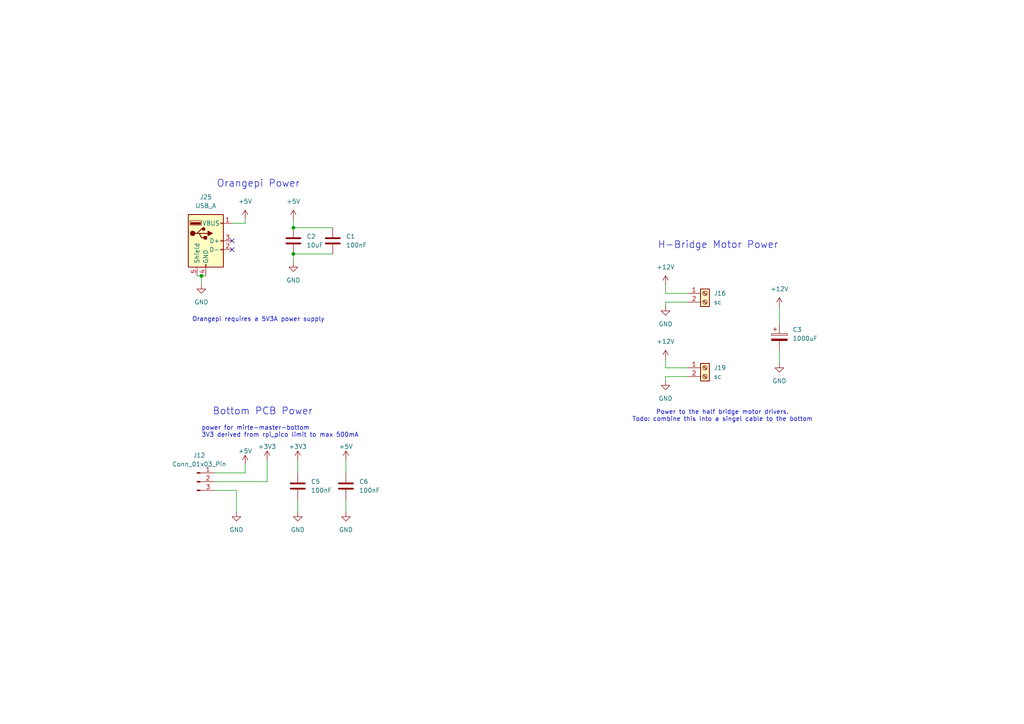
<source format=kicad_sch>
(kicad_sch (version 20231120) (generator "eeschema") (generator_version "8.0")
  (paper "A4")
  (title_block (title "${PROJECTNAME}") (rev "${VERSION}"))
  (lib_symbols
    (symbol "Connector:Conn_01x03_Pin" (pin_names (offset 1.016) hide)
      (property "Reference" "J" (at 0 5.08 0))
      (property "Value" "Conn_01x03_Pin" (at 0 -5.08 0))
      (symbol "Conn_01x03_Pin_1_1"
        (polyline (pts (xy 1.27 -2.54) (xy 0.8636 -2.54)) (stroke (width 0.1524)))
        (polyline (pts (xy 1.27 0) (xy 0.8636 0)) (stroke (width 0.1524)))
        (polyline (pts (xy 1.27 2.54) (xy 0.8636 2.54)) (stroke (width 0.1524)))
        (rectangle (start 0.8636 -2.413) (end 0 -2.667) (stroke (width 0.1524)) (fill (type outline)))
        (rectangle (start 0.8636 0.127) (end 0 -0.127) (stroke (width 0.1524)) (fill (type outline)))
        (rectangle (start 0.8636 2.667) (end 0 2.413) (stroke (width 0.1524)) (fill (type outline)))
        (pin passive line (at 5.08 2.54 180) (length 3.81) (name "Pin_1") (number "1"))
        (pin passive line (at 5.08 0 180) (length 3.81) (name "Pin_2") (number "2"))
        (pin passive line (at 5.08 -2.54 180) (length 3.81) (name "Pin_3") (number "3"))
      )
    )
    (symbol "Connector:Screw_Terminal_01x02" (pin_names (offset 1.016) hide)
      (property "Reference" "J" (at 0 2.54 0))
      (property "Value" "Screw_Terminal_01x02" (at 0 -5.08 0))
      (symbol "Screw_Terminal_01x02_1_1"
        (rectangle (start -1.27 1.27) (end 1.27 -3.81) (stroke (width 0.254)) (fill (type background)))
        (circle (center 0 -2.54) (radius 0.635) (stroke (width 0.1524)))
        (polyline (pts (xy -0.5334 -2.2098) (xy 0.3302 -3.048)) (stroke (width 0.1524)))
        (polyline (pts (xy -0.5334 0.3302) (xy 0.3302 -0.508)) (stroke (width 0.1524)))
        (polyline (pts (xy -0.3556 -2.032) (xy 0.508 -2.8702)) (stroke (width 0.1524)))
        (polyline (pts (xy -0.3556 0.508) (xy 0.508 -0.3302)) (stroke (width 0.1524)))
        (circle (center 0 0) (radius 0.635) (stroke (width 0.1524)))
        (pin passive line (at -5.08 0 0) (length 3.81) (name "Pin_1") (number "1"))
        (pin passive line (at -5.08 -2.54 0) (length 3.81) (name "Pin_2") (number "2"))
      )
    )
    (symbol "Connector:USB_A" (pin_names (offset 1.016))
      (property "Reference" "J" (at -5.08 11.43 0))
      (property "Value" "USB_A" (at -5.08 8.89 0))
      (symbol "USB_A_0_1"
        (rectangle (start -5.08 -7.62) (end 5.08 7.62) (stroke (width 0.254)) (fill (type background)))
        (circle (center -3.81 2.159) (radius 0.635) (stroke (width 0.254)) (fill (type outline)))
        (rectangle (start -1.524 4.826) (end -4.318 5.334) (fill (type outline)))
        (rectangle (start -1.27 4.572) (end -4.572 5.842))
        (circle (center -0.635 3.429) (radius 0.381) (stroke (width 0.254)) (fill (type outline)))
        (rectangle (start -0.127 -7.62) (end 0.127 -6.858))
        (polyline (pts (xy -3.175 2.159) (xy -2.54 2.159) (xy -1.27 3.429) (xy -0.635 3.429)) (stroke (width 0.254)))
        (polyline (pts (xy -2.54 2.159) (xy -1.905 2.159) (xy -1.27 0.889) (xy 0 0.889)) (stroke (width 0.254)))
        (polyline (pts (xy 0.635 2.794) (xy 0.635 1.524) (xy 1.905 2.159) (xy 0.635 2.794)) (stroke (width 0.254)) (fill (type outline)))
        (rectangle (start 0.254 1.27) (end -0.508 0.508) (stroke (width 0.254)) (fill (type outline)))
        (rectangle (start 5.08 -2.667) (end 4.318 -2.413))
        (rectangle (start 5.08 -0.127) (end 4.318 0.127))
        (rectangle (start 5.08 4.953) (end 4.318 5.207))
      )
      (symbol "USB_A_1_1"
        (polyline (pts (xy -1.905 2.159) (xy 0.635 2.159)) (stroke (width 0.254)))
        (pin power_in line (at 7.62 5.08 180) (length 2.54) (name "VBUS") (number "1"))
        (pin bidirectional line (at 7.62 -2.54 180) (length 2.54) (name "D-") (number "2"))
        (pin bidirectional line (at 7.62 0 180) (length 2.54) (name "D+") (number "3"))
        (pin power_in line (at 0 -10.16 90) (length 2.54) (name "GND") (number "4"))
        (pin passive line (at -2.54 -10.16 90) (length 2.54) (name "Shield") (number "5"))
      )
    )
    (symbol "Device:C" (pin_numbers hide) (pin_names (offset 0.254))
      (property "Reference" "C" (at 0.635 2.54 0))
      (property "Value" "C" (at 0.635 -2.54 0))
      (symbol "C_0_1"
        (polyline (pts (xy -2.032 -0.762) (xy 2.032 -0.762)) (stroke (width 0.508)))
        (polyline (pts (xy -2.032 0.762) (xy 2.032 0.762)) (stroke (width 0.508)))
      )
      (symbol "C_1_1"
        (pin passive line (at 0 3.81 270) (length 2.794) (name "~") (number "1"))
        (pin passive line (at 0 -3.81 90) (length 2.794) (name "~") (number "2"))
      )
    )
    (symbol "Device:C_Polarized" (pin_numbers hide) (pin_names (offset 0.254))
      (property "Reference" "C" (at 0.635 2.54 0))
      (property "Value" "C_Polarized" (at 0.635 -2.54 0))
      (symbol "C_Polarized_0_1"
        (rectangle (start -2.286 0.508) (end 2.286 1.016))
        (polyline (pts (xy -1.778 2.286) (xy -0.762 2.286)))
        (polyline (pts (xy -1.27 2.794) (xy -1.27 1.778)))
        (rectangle (start 2.286 -0.508) (end -2.286 -1.016) (fill (type outline)))
      )
      (symbol "C_Polarized_1_1"
        (pin passive line (at 0 3.81 270) (length 2.794) (name "~") (number "1"))
        (pin passive line (at 0 -3.81 90) (length 2.794) (name "~") (number "2"))
      )
    )
    (symbol "power:+12V" (power) (pin_numbers hide) (pin_names (offset 0) hide)
      (property "Value" "+12V" (at 0 3.556 0))
      (symbol "+12V_0_1"
        (polyline (pts (xy -0.762 1.27) (xy 0 2.54)))
        (polyline (pts (xy 0 0) (xy 0 2.54)))
        (polyline (pts (xy 0 2.54) (xy 0.762 1.27)))
      )
      (symbol "+12V_1_1"
        (pin power_in line (at 0 0 90) (length 0) (name "~") (number "1"))
      )
    )
    (symbol "power:+3V3" (power) (pin_numbers hide) (pin_names (offset 0) hide)
      (property "Value" "+3V3" (at 0 3.556 0))
      (symbol "+3V3_0_1"
        (polyline (pts (xy -0.762 1.27) (xy 0 2.54)))
        (polyline (pts (xy 0 0) (xy 0 2.54)))
        (polyline (pts (xy 0 2.54) (xy 0.762 1.27)))
      )
      (symbol "+3V3_1_1"
        (pin power_in line (at 0 0 90) (length 0) (name "~") (number "1"))
      )
    )
    (symbol "power:+5V" (power) (pin_numbers hide) (pin_names (offset 0) hide)
      (property "Value" "+5V" (at 0 3.556 0))
      (symbol "+5V_0_1"
        (polyline (pts (xy -0.762 1.27) (xy 0 2.54)))
        (polyline (pts (xy 0 0) (xy 0 2.54)))
        (polyline (pts (xy 0 2.54) (xy 0.762 1.27)))
      )
      (symbol "+5V_1_1"
        (pin power_in line (at 0 0 90) (length 0) (name "~") (number "1"))
      )
    )
    (symbol "power:GND" (power) (pin_numbers hide) (pin_names (offset 0) hide)
      (property "Value" "GND" (at 0 -3.81 0))
      (symbol "GND_0_1"
        (polyline (pts (xy 0 0) (xy 0 -1.27) (xy 1.27 -1.27) (xy 0 -2.54) (xy -1.27 -1.27) (xy 0 -1.27)))
      )
      (symbol "GND_1_1"
        (pin power_in line (at 0 0 270) (length 0) (name "~") (number "1"))
      )
    )
  )
  (junction (at 85.09 66.04))
  (junction (at 58.42 80.01))
  (junction (at 85.09 73.66))
  (no_connect (at 67.31 72.39))
  (no_connect (at 67.31 69.85))
  (wire (pts (xy 100.33 137.16) (xy 100.33 133.35)))
  (wire (pts (xy 86.36 144.78) (xy 86.36 148.59)))
  (wire (pts (xy 193.04 85.09) (xy 199.39 85.09)))
  (wire (pts (xy 193.04 109.22) (xy 199.39 109.22)))
  (wire (pts (xy 77.47 133.35) (xy 77.47 139.7)))
  (wire (pts (xy 71.12 134.62) (xy 71.12 137.16)))
  (wire (pts (xy 193.04 106.68) (xy 199.39 106.68)))
  (wire (pts (xy 71.12 63.5) (xy 71.12 64.77)))
  (wire (pts (xy 71.12 137.16) (xy 62.23 137.16)))
  (wire (pts (xy 193.04 104.14) (xy 193.04 106.68)))
  (wire (pts (xy 68.58 148.59) (xy 68.58 142.24)))
  (wire (pts (xy 100.33 144.78) (xy 100.33 148.59)))
  (wire (pts (xy 57.15 80.01) (xy 58.42 80.01)))
  (wire (pts (xy 226.06 101.6) (xy 226.06 105.41)))
  (wire (pts (xy 85.09 63.5) (xy 85.09 66.04)))
  (wire (pts (xy 77.47 139.7) (xy 62.23 139.7)))
  (wire (pts (xy 85.09 73.66) (xy 85.09 76.2)))
  (wire (pts (xy 68.58 142.24) (xy 62.23 142.24)))
  (wire (pts (xy 86.36 133.35) (xy 86.36 137.16)))
  (wire (pts (xy 226.06 88.9) (xy 226.06 93.98)))
  (wire (pts (xy 193.04 82.55) (xy 193.04 85.09)))
  (wire (pts (xy 193.04 87.63) (xy 199.39 87.63)))
  (wire (pts (xy 96.52 73.66) (xy 85.09 73.66)))
  (wire (pts (xy 193.04 110.49) (xy 193.04 109.22)))
  (wire (pts (xy 58.42 80.01) (xy 59.69 80.01)))
  (wire (pts (xy 71.12 64.77) (xy 67.31 64.77)))
  (wire (pts (xy 96.52 66.04) (xy 85.09 66.04)))
  (wire (pts (xy 193.04 88.9) (xy 193.04 87.63)))
  (wire (pts (xy 58.42 82.55) (xy 58.42 80.01)))
  (text "Orangepi Power" (at 74.93 53.34 0) (effects (font (size 2.032 2.032))))
  (text "H-Bridge Motor Power" (at 208.28 71.12 0) (effects (font (size 2.032 2.032))))
  (text "power for mirte-master-bottom\n3V3 derived from rpi_pico limit to max 500mA" (at 58.42 127 0) (effects (font (size 1.27 1.27)) (justify left bottom)))
  (text "Orangepi requires a 5V3A power supply" (at 74.93 92.71 0) (effects (font (size 1.27 1.27))))
  (text "Bottom PCB Power" (at 76.2 119.38 0) (effects (font (size 2.032 2.032))))
  (text "Power to the half bridge motor drivers.\nTodo: combine this into a singel cable to the bottom\n" (at 209.55 120.65 0) (effects (font (size 1.27 1.27))))
  (symbol (lib_id "power:+12V") (at 193.04 82.55 0) (unit 1)
    (property "Reference" "#PWR013" (effects (hide yes)))
    (property "Value" "+12V" (at 193.04 77.47 0))
    (property "Description" "Power symbol creates a global label with name \"+12V\"" (effects (hide yes)))
  )
  (symbol (lib_id "power:GND") (at 68.58 148.59 0) (unit 1)
    (property "Reference" "#PWR083" (effects (hide yes)))
    (property "Value" "GND" (at 68.58 153.67 0))
    (property "Description" "Power symbol creates a global label with name \"GND\" , ground" (effects (hide yes)))
  )
  (symbol (lib_id "power:GND") (at 193.04 88.9 0) (unit 1)
    (property "Reference" "#PWR049" (effects (hide yes)))
    (property "Value" "GND" (at 193.04 93.98 0))
    (property "Description" "Power symbol creates a global label with name \"GND\" , ground" (effects (hide yes)))
  )
  (symbol (lib_id "power:+5V") (at 71.12 134.62 0) (unit 1)
    (property "Reference" "#PWR084" (effects (hide yes)))
    (property "Value" "+5V" (at 71.12 130.81 0))
    (property "Description" "Power symbol creates a global label with name \"+5V\"" (effects (hide yes)))
  )
  (symbol (lib_id "Device:C") (at 100.33 140.97 0) (unit 1)
    (property "Reference" "C6" (at 104.14 139.7 0) (effects (justify left)))
    (property "Value" "100nF" (at 104.14 142.24 0) (effects (justify left)))
    (property "Footprint" "Capacitor_SMD:C_0805_2012Metric" (effects (hide yes)))
    (property "LCSC" "C49678" (effects (hide yes)))
  )
  (symbol (lib_id "power:+5V") (at 85.09 63.5 0) (unit 1)
    (property "Reference" "#PWR092" (effects (hide yes)))
    (property "Value" "+5V" (at 85.09 58.42 0))
    (property "Description" "Power symbol creates a global label with name \"+5V\"" (effects (hide yes)))
  )
  (symbol (lib_id "Device:C") (at 86.36 140.97 0) (unit 1)
    (property "Reference" "C5" (at 90.17 139.7 0) (effects (justify left)))
    (property "Value" "100nF" (at 90.17 142.24 0) (effects (justify left)))
    (property "Footprint" "Capacitor_SMD:C_0805_2012Metric" (effects (hide yes)))
    (property "LCSC" "C49678" (effects (hide yes)))
  )
  (symbol (lib_id "power:GND") (at 100.33 148.59 0) (unit 1)
    (property "Reference" "#PWR089" (effects (hide yes)))
    (property "Value" "GND" (at 100.33 153.67 0))
    (property "Description" "Power symbol creates a global label with name \"GND\" , ground" (effects (hide yes)))
  )
  (symbol (lib_id "power:+12V") (at 193.04 104.14 0) (unit 1)
    (property "Reference" "#PWR050" (effects (hide yes)))
    (property "Value" "+12V" (at 193.04 99.06 0))
    (property "Description" "Power symbol creates a global label with name \"+12V\"" (effects (hide yes)))
  )
  (symbol (lib_id "Device:C") (at 85.09 69.85 0) (unit 1)
    (property "Reference" "C2" (at 88.9 68.58 0) (effects (justify left)))
    (property "Value" "10uF" (at 88.9 71.12 0) (effects (justify left)))
    (property "Footprint" "Capacitor_SMD:C_0805_2012Metric" (effects (hide yes)))
    (property "LCSC" "C15850" (effects (hide yes)))
  )
  (symbol (lib_id "power:+12V") (at 226.06 88.9 0) (unit 1)
    (property "Reference" "#PWR052" (effects (hide yes)))
    (property "Value" "+12V" (at 226.06 83.82 0))
    (property "Description" "Power symbol creates a global label with name \"+12V\"" (effects (hide yes)))
  )
  (symbol (lib_id "power:GND") (at 85.09 76.2 0) (unit 1)
    (property "Reference" "#PWR093" (effects (hide yes)))
    (property "Value" "GND" (at 85.09 81.28 0))
    (property "Description" "Power symbol creates a global label with name \"GND\" , ground" (effects (hide yes)))
  )
  (symbol (lib_id "power:GND") (at 226.06 105.41 0) (unit 1)
    (property "Reference" "#PWR064" (effects (hide yes)))
    (property "Value" "GND" (at 226.06 110.49 0))
    (property "Description" "Power symbol creates a global label with name \"GND\" , ground" (effects (hide yes)))
  )
  (symbol (lib_id "power:GND") (at 58.42 82.55 0) (unit 1)
    (property "Reference" "#PWR090" (effects (hide yes)))
    (property "Value" "GND" (at 58.42 87.63 0))
    (property "Description" "Power symbol creates a global label with name \"GND\" , ground" (effects (hide yes)))
  )
  (symbol (lib_id "power:+5V") (at 100.33 133.35 0) (unit 1)
    (property "Reference" "#PWR088" (effects (hide yes)))
    (property "Value" "+5V" (at 100.33 129.54 0))
    (property "Description" "Power symbol creates a global label with name \"+5V\"" (effects (hide yes)))
  )
  (symbol (lib_id "power:GND") (at 193.04 110.49 0) (unit 1)
    (property "Reference" "#PWR051" (effects (hide yes)))
    (property "Value" "GND" (at 193.04 115.57 0))
    (property "Description" "Power symbol creates a global label with name \"GND\" , ground" (effects (hide yes)))
  )
  (symbol (lib_id "power:+5V") (at 71.12 63.5 0) (unit 1)
    (property "Reference" "#PWR091" (effects (hide yes)))
    (property "Value" "+5V" (at 71.12 58.42 0))
    (property "Description" "Power symbol creates a global label with name \"+5V\"" (effects (hide yes)))
  )
  (symbol (lib_id "Device:C_Polarized") (at 226.06 97.79 0) (unit 1)
    (property "Reference" "C3" (at 229.87 95.631 0) (effects (justify left)))
    (property "Value" "1000uF" (at 229.87 98.171 0) (effects (justify left)))
    (property "Footprint" "Capacitor_THT:CP_Radial_D10.0mm_P3.50mm" (effects (hide yes)))
    (property "LCSC" "C110138" (effects (hide yes)))
  )
  (symbol (lib_id "Connector:USB_A") (at 59.69 69.85 0) (unit 1)
    (property "Reference" "J25" (at 59.69 57.15 0))
    (property "Value" "USB_A" (at 59.69 59.69 0))
    (property "Footprint" "Connector_USB:USB_A_Molex_67643_Horizontal" (effects (hide yes)))
    (property "Description" "USB Type A connector" (effects (hide yes)))
    (property "LCSC" "C456018" (effects (hide yes)))
  )
  (symbol (lib_id "power:+3V3") (at 77.47 133.35 0) (unit 1)
    (property "Reference" "#PWR085" (effects (hide yes)))
    (property "Value" "+3V3" (at 77.47 129.54 0))
    (property "Description" "Power symbol creates a global label with name \"+3V3\"" (effects (hide yes)))
  )
  (symbol (lib_id "power:GND") (at 86.36 148.59 0) (unit 1)
    (property "Reference" "#PWR087" (effects (hide yes)))
    (property "Value" "GND" (at 86.36 153.67 0))
    (property "Description" "Power symbol creates a global label with name \"GND\" , ground" (effects (hide yes)))
  )
  (symbol (lib_id "Connector:Screw_Terminal_01x02") (at 204.47 106.68 0) (unit 1)
    (property "Reference" "J19" (at 207.01 106.68 0) (effects (justify left)))
    (property "Value" "sc" (at 207.01 109.22 0) (effects (justify left)))
    (property "Footprint" "easyeda:CONN-TH_XY126V-5.0-2P" (effects (hide yes)))
    (property "LCSC" "C557646" (effects (hide yes)))
  )
  (symbol (lib_id "Connector:Screw_Terminal_01x02") (at 204.47 85.09 0) (unit 1)
    (property "Reference" "J16" (at 207.01 85.09 0) (effects (justify left)))
    (property "Value" "sc" (at 207.01 87.63 0) (effects (justify left)))
    (property "Footprint" "easyeda:CONN-TH_XY126V-5.0-2P" (effects (hide yes)))
    (property "LCSC" "C557646" (effects (hide yes)))
  )
  (symbol (lib_id "power:+3V3") (at 86.36 133.35 0) (unit 1)
    (property "Reference" "#PWR086" (effects (hide yes)))
    (property "Value" "+3V3" (at 86.36 129.54 0))
    (property "Description" "Power symbol creates a global label with name \"+3V3\"" (effects (hide yes)))
  )
  (symbol (lib_id "Device:C") (at 96.52 69.85 0) (unit 1)
    (property "Reference" "C1" (at 100.33 68.58 0) (effects (justify left)))
    (property "Value" "100nF" (at 100.33 71.12 0) (effects (justify left)))
    (property "Footprint" "Capacitor_SMD:C_0805_2012Metric" (effects (hide yes)))
    (property "LCSC" "C49678" (effects (hide yes)))
  )
  (symbol (lib_id "Connector:Conn_01x03_Pin") (at 57.15 139.7 0) (unit 1)
    (property "Reference" "J12" (at 57.785 132.08 0))
    (property "Value" "Conn_01x03_Pin" (at 57.785 134.62 0))
    (property "Footprint" "Connector_JST:JST_XH_B3B-XH-A_1x03_P2.50mm_Vertical" (effects (hide yes)))
    (property "LCSC" "C144394" (effects (hide yes)))
  )
)
</source>
